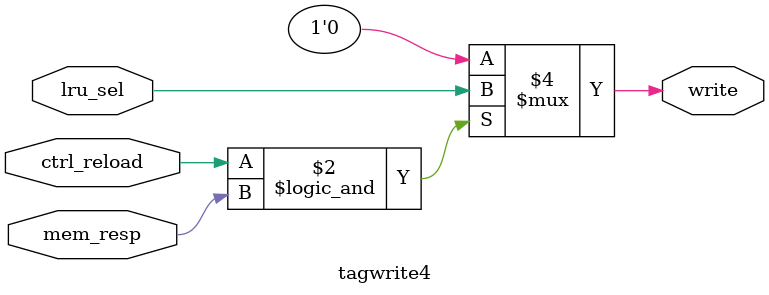
<source format=sv>

module tagwrite4 (
    input lru_sel,
    input ctrl_reload,
    input mem_resp,
    output logic write
);

always_comb
begin
    write = 0;
    if(ctrl_reload && mem_resp)
        write = lru_sel;
end


endmodule : tagwrite4
</source>
